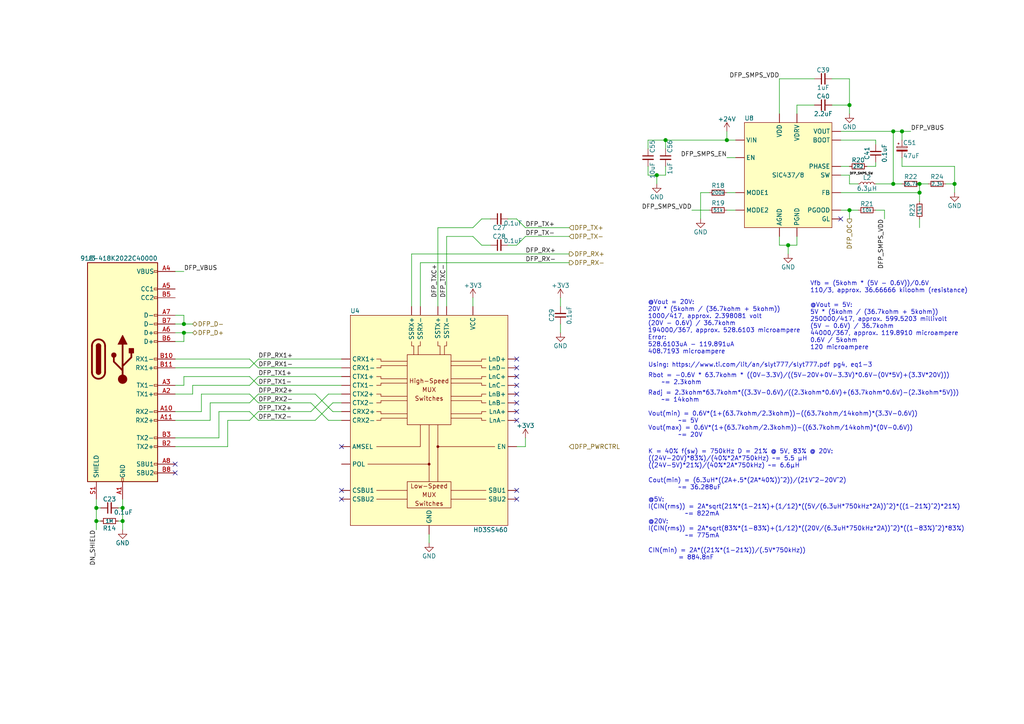
<source format=kicad_sch>
(kicad_sch (version 20210621) (generator eeschema)
  (paper "A4")
  (lib_symbols
    (symbol "Connector:USB_C_Receptacle" (pin_names (offset 1.016))
      (property "Reference" "J" (at -10.16 29.21 0))
      (property "Value" "USB_C_Receptacle" (at 10.16 29.21 0))
      (symbol "USB_C_Receptacle_0_0"
        (rectangle (start -0.254 -35.56) (end 0.254 -34.544))
        (rectangle (start 10.16 -32.766) (end 9.144 -33.274))
        (rectangle (start 10.16 -30.226) (end 9.144 -30.734))
        (rectangle (start 10.16 -25.146) (end 9.144 -25.654))
        (rectangle (start 10.16 -22.606) (end 9.144 -23.114))
        (rectangle (start 10.16 -17.526) (end 9.144 -18.034))
        (rectangle (start 10.16 -14.986) (end 9.144 -15.494))
        (rectangle (start 10.16 -9.906) (end 9.144 -10.414))
        (rectangle (start 10.16 -7.366) (end 9.144 -7.874))
        (rectangle (start 10.16 -2.286) (end 9.144 -2.794))
        (rectangle (start 10.16 0.254) (end 9.144 -0.254))
        (rectangle (start 10.16 5.334) (end 9.144 4.826))
        (rectangle (start 10.16 7.874) (end 9.144 7.366))
        (rectangle (start 10.16 10.414) (end 9.144 9.906))
        (rectangle (start 10.16 12.954) (end 9.144 12.446))
        (rectangle (start 10.16 18.034) (end 9.144 17.526))
        (rectangle (start 10.16 20.574) (end 9.144 20.066))
        (rectangle (start 10.16 25.654) (end 9.144 25.146))
      )
      (symbol "USB_C_Receptacle_0_1"
        (arc (start -8.89 -3.81) (end -5.08 -3.81) (radius (at -6.985 -3.81) (length 1.905) (angles -179.9 -0.1)) (stroke (width 0.508)))
        (arc (start -7.62 -3.81) (end -6.35 -3.81) (radius (at -6.985 -3.81) (length 0.635) (angles -179.9 -0.1)) (stroke (width 0.254)))
        (arc (start -6.35 3.81) (end -7.62 3.81) (radius (at -6.985 3.81) (length 0.635) (angles 0.1 179.9)) (stroke (width 0.254)))
        (arc (start -5.08 3.81) (end -8.89 3.81) (radius (at -6.985 3.81) (length 1.905) (angles 0.1 179.9)) (stroke (width 0.508)))
        (arc (start -7.62 -3.81) (end -6.35 -3.81) (radius (at -6.985 -3.81) (length 0.635) (angles -179.9 -0.1)) (stroke (width 0.254)) (fill (type outline)))
        (arc (start -6.35 3.81) (end -7.62 3.81) (radius (at -6.985 3.81) (length 0.635) (angles 0.1 179.9)) (stroke (width 0.254)) (fill (type outline)))
        (rectangle (start -7.62 -3.81) (end -6.35 3.81) (stroke (width 0.254)) (fill (type outline)))
        (rectangle (start -10.16 27.94) (end 10.16 -35.56) (stroke (width 0.254)) (fill (type background)))
        (polyline (pts (xy -8.89 -3.81) (xy -8.89 3.81)) (stroke (width 0.508)))
        (polyline (pts (xy -5.08 3.81) (xy -5.08 -3.81)) (stroke (width 0.508)))
      )
      (symbol "USB_C_Receptacle_1_1"
        (circle (center -2.54 1.143) (radius 0.635) (stroke (width 0.254)) (fill (type outline)))
        (circle (center 0 -5.842) (radius 1.27) (fill (type outline)))
        (rectangle (start 1.905 1.778) (end 3.175 3.048) (stroke (width 0.254)) (fill (type outline)))
        (polyline (pts (xy 0 -5.842) (xy 0 4.318)) (stroke (width 0.508)))
        (polyline (pts (xy 0 -3.302) (xy -2.54 -0.762) (xy -2.54 0.508)) (stroke (width 0.508)))
        (polyline (pts (xy 0 -2.032) (xy 2.54 0.508) (xy 2.54 1.778)) (stroke (width 0.508)))
        (polyline (pts (xy -1.27 4.318) (xy 0 6.858) (xy 1.27 4.318) (xy -1.27 4.318)) (stroke (width 0.254)) (fill (type outline)))
        (pin passive line (at 0 -40.64 90) (length 5.08) (name "GND") (number "A1"))
        (pin bidirectional line (at 15.24 -15.24 180) (length 5.08) (name "RX2-") (number "A10"))
        (pin bidirectional line (at 15.24 -17.78 180) (length 5.08) (name "RX2+") (number "A11"))
        (pin passive line (at 0 -40.64 90) (length 5.08) hide (name "GND") (number "A12"))
        (pin bidirectional line (at 15.24 -10.16 180) (length 5.08) (name "TX1+") (number "A2"))
        (pin bidirectional line (at 15.24 -7.62 180) (length 5.08) (name "TX1-") (number "A3"))
        (pin passive line (at 15.24 25.4 180) (length 5.08) (name "VBUS") (number "A4"))
        (pin bidirectional line (at 15.24 20.32 180) (length 5.08) (name "CC1") (number "A5"))
        (pin bidirectional line (at 15.24 7.62 180) (length 5.08) (name "D+") (number "A6"))
        (pin bidirectional line (at 15.24 12.7 180) (length 5.08) (name "D-") (number "A7"))
        (pin bidirectional line (at 15.24 -30.48 180) (length 5.08) (name "SBU1") (number "A8"))
        (pin passive line (at 15.24 25.4 180) (length 5.08) hide (name "VBUS") (number "A9"))
        (pin passive line (at 0 -40.64 90) (length 5.08) hide (name "GND") (number "B1"))
        (pin bidirectional line (at 15.24 0 180) (length 5.08) (name "RX1-") (number "B10"))
        (pin bidirectional line (at 15.24 -2.54 180) (length 5.08) (name "RX1+") (number "B11"))
        (pin passive line (at 0 -40.64 90) (length 5.08) hide (name "GND") (number "B12"))
        (pin bidirectional line (at 15.24 -25.4 180) (length 5.08) (name "TX2+") (number "B2"))
        (pin bidirectional line (at 15.24 -22.86 180) (length 5.08) (name "TX2-") (number "B3"))
        (pin passive line (at 15.24 25.4 180) (length 5.08) hide (name "VBUS") (number "B4"))
        (pin bidirectional line (at 15.24 17.78 180) (length 5.08) (name "CC2") (number "B5"))
        (pin bidirectional line (at 15.24 5.08 180) (length 5.08) (name "D+") (number "B6"))
        (pin bidirectional line (at 15.24 10.16 180) (length 5.08) (name "D-") (number "B7"))
        (pin bidirectional line (at 15.24 -33.02 180) (length 5.08) (name "SBU2") (number "B8"))
        (pin passive line (at 15.24 25.4 180) (length 5.08) hide (name "VBUS") (number "B9"))
        (pin passive line (at -7.62 -40.64 90) (length 5.08) (name "SHIELD") (number "S1"))
      )
    )
    (symbol "DX-MON:HD3SS460" (pin_numbers hide)
      (property "Reference" "U" (at -22.86 31.75 0))
      (property "Value" "HD3SS460" (at 22.86 -31.75 0))
      (symbol "HD3SS460_0_0"
        (circle (center 0 -12.7) (radius 0) (stroke (width 0.4)))
        (circle (center 2.54 -7.62) (radius 0) (stroke (width 0.4)))
        (text "High-Speed" (at 0 11.43 0) (effects (font (size 1.27 1.27))))
        (text "Low-Speed" (at 0 -19.05 0) (effects (font (size 1.27 1.27))))
        (text "MUX" (at 0 -21.59 0) (effects (font (size 1.27 1.27))))
        (text "MUX" (at 0 8.89 0) (effects (font (size 1.27 1.27))))
        (text "Switches" (at 0 -24.13 0) (effects (font (size 1.27 1.27))))
        (text "Switches" (at 0 6.35 0) (effects (font (size 1.27 1.27))))
        (rectangle (start -6.35 -17.78) (end 6.35 -25.4) (stroke (width 0.1524)))
        (rectangle (start -6.35 19.05) (end 6.35 -1.27) (stroke (width 0.1524)))
        (rectangle (start -22.86 30.48) (end 22.86 -30.48) (stroke (width 0.1524)) (fill (type background)))
        (polyline (pts (xy -15.24 -22.86) (xy -6.35 -22.86)) (stroke (width 0.1524)))
        (polyline (pts (xy -15.24 -20.32) (xy -6.35 -20.32)) (stroke (width 0.1524)))
        (polyline (pts (xy 0 -12.7) (xy 0 -17.78)) (stroke (width 0.1524)))
        (polyline (pts (xy 2.54 -7.62) (xy 2.54 -17.78)) (stroke (width 0.1524)))
        (polyline (pts (xy 6.35 -20.32) (xy 16.51 -20.32)) (stroke (width 0.1524)))
        (polyline (pts (xy 16.51 -22.86) (xy 6.35 -22.86)) (stroke (width 0.1524)))
        (polyline (pts (xy -15.24 -7.62) (xy -2.54 -7.62) (xy -2.54 -1.27)) (stroke (width 0.1524)))
        (polyline (pts (xy 0 -1.27) (xy 0 -12.7) (xy -17.78 -12.7)) (stroke (width 0.1524)))
        (polyline (pts (xy 2.54 -1.27) (xy 2.54 -7.62) (xy 19.05 -7.62)) (stroke (width 0.1524)))
        (polyline (pts (xy -15.24 0) (xy -13.97 0) (xy -13.97 0.635) (xy -6.35 0.635)) (stroke (width 0.1524)))
        (polyline (pts (xy -15.24 2.54) (xy -13.97 2.54) (xy -13.97 1.905) (xy -6.35 1.905)) (stroke (width 0.1524)))
        (polyline (pts (xy -15.24 5.08) (xy -13.97 5.08) (xy -13.97 5.715) (xy -6.35 5.715)) (stroke (width 0.1524)))
        (polyline (pts (xy -15.24 7.62) (xy -13.97 7.62) (xy -13.97 6.985) (xy -6.35 6.985)) (stroke (width 0.1524)))
        (polyline (pts (xy -15.24 10.16) (xy -13.97 10.16) (xy -13.97 10.795) (xy -6.35 10.795)) (stroke (width 0.1524)))
        (polyline (pts (xy -15.24 12.7) (xy -13.97 12.7) (xy -13.97 12.065) (xy -6.35 12.065)) (stroke (width 0.1524)))
        (polyline (pts (xy -15.24 15.24) (xy -13.97 15.24) (xy -13.97 15.875) (xy -6.35 15.875)) (stroke (width 0.1524)))
        (polyline (pts (xy -15.24 17.78) (xy -13.97 17.78) (xy -13.97 17.145) (xy -6.35 17.145)) (stroke (width 0.1524)))
        (polyline (pts (xy -5.08 22.86) (xy -5.08 21.59) (xy -4.445 21.59) (xy -4.445 19.05)) (stroke (width 0.1524)))
        (polyline (pts (xy -2.54 22.86) (xy -2.54 21.59) (xy -3.175 21.59) (xy -3.175 19.05)) (stroke (width 0.1524)))
        (polyline (pts (xy 2.54 22.86) (xy 2.54 21.59) (xy 3.175 21.59) (xy 3.175 19.05)) (stroke (width 0.1524)))
        (polyline (pts (xy 5.08 22.86) (xy 5.08 21.59) (xy 4.445 21.59) (xy 4.445 19.05)) (stroke (width 0.1524)))
        (polyline (pts (xy 16.51 0) (xy 15.24 0) (xy 15.24 0.635) (xy 6.35 0.635)) (stroke (width 0.1524)))
        (polyline (pts (xy 16.51 2.54) (xy 15.24 2.54) (xy 15.24 1.905) (xy 6.35 1.905)) (stroke (width 0.1524)))
        (polyline (pts (xy 16.51 5.08) (xy 15.24 5.08) (xy 15.24 5.715) (xy 6.35 5.715)) (stroke (width 0.1524)))
        (polyline (pts (xy 16.51 7.62) (xy 15.24 7.62) (xy 15.24 6.985) (xy 6.35 6.985)) (stroke (width 0.1524)))
        (polyline (pts (xy 16.51 10.16) (xy 15.24 10.16) (xy 15.24 10.795) (xy 6.35 10.795)) (stroke (width 0.1524)))
        (polyline (pts (xy 16.51 12.7) (xy 15.24 12.7) (xy 15.24 12.065) (xy 6.35 12.065)) (stroke (width 0.1524)))
        (polyline (pts (xy 16.51 15.24) (xy 15.24 15.24) (xy 15.24 15.875) (xy 6.35 15.875)) (stroke (width 0.1524)))
        (polyline (pts (xy 16.51 17.78) (xy 15.24 17.78) (xy 15.24 17.145) (xy 6.35 17.145)) (stroke (width 0.1524)))
      )
      (symbol "HD3SS460_1_1"
        (pin input line (at -25.4 17.78 0) (length 2.54) (name "CRX1+") (number "1"))
        (pin output line (at -25.4 0 0) (length 2.54) (name "CRX2-") (number "10"))
        (pin bidirectional line (at -25.4 -20.32 0) (length 2.54) (name "CSBU1") (number "11"))
        (pin bidirectional line (at -25.4 -22.86 0) (length 2.54) (name "CSBU2") (number "12"))
        (pin bidirectional line (at 25.4 -20.32 180) (length 2.54) (name "SBU1") (number "13"))
        (pin bidirectional line (at 25.4 -22.86 180) (length 2.54) (name "SBU2") (number "14"))
        (pin passive line (at 25.4 0 180) (length 2.54) (name "LnA-") (number "15"))
        (pin passive line (at 25.4 2.54 180) (length 2.54) (name "LnA+") (number "16"))
        (pin input line (at 25.4 -7.62 180) (length 2.54) (name "EN") (number "17"))
        (pin passive line (at 25.4 5.08 180) (length 2.54) (name "LnB-") (number "18"))
        (pin passive line (at 25.4 7.62 180) (length 2.54) (name "LnB+") (number "19"))
        (pin input line (at -25.4 15.24 0) (length 2.54) (name "CRX1-") (number "2"))
        (pin passive line (at 25.4 10.16 180) (length 2.54) (name "LnC-") (number "20"))
        (pin passive line (at 25.4 12.7 180) (length 2.54) (name "LnC+") (number "21"))
        (pin power_in line (at 12.7 33.02 270) (length 2.54) (name "VCC") (number "22"))
        (pin passive line (at 25.4 15.24 180) (length 2.54) (name "LnD-") (number "23"))
        (pin passive line (at 25.4 17.78 180) (length 2.54) (name "LnD+") (number "24"))
        (pin input line (at 5.08 33.02 270) (length 2.54) (name "SSTX-") (number "25"))
        (pin input line (at 2.54 33.02 270) (length 2.54) (name "SSTX+") (number "26"))
        (pin output line (at -2.54 33.02 270) (length 2.54) (name "SSRX-") (number "27"))
        (pin output line (at -5.08 33.02 270) (length 2.54) (name "SSRX+") (number "28"))
        (pin power_in line (at 0 -33.02 90) (length 2.54) (name "GND") (number "29"))
        (pin input line (at -25.4 -12.7 0) (length 2.54) (name "POL") (number "3"))
        (pin output line (at -25.4 12.7 0) (length 2.54) (name "CTX1+") (number "4"))
        (pin output line (at -25.4 10.16 0) (length 2.54) (name "CTX1-") (number "5"))
        (pin output line (at -25.4 7.62 0) (length 2.54) (name "CTX2+") (number "6"))
        (pin output line (at -25.4 5.08 0) (length 2.54) (name "CTX2-") (number "7"))
        (pin input line (at -25.4 -7.62 0) (length 2.54) (name "AMSEL") (number "8"))
        (pin output line (at -25.4 2.54 0) (length 2.54) (name "CRX2+") (number "9"))
      )
    )
    (symbol "DX-MON:SiC437{slash}8" (pin_numbers hide)
      (property "Reference" "U" (at -12.7 16.51 0))
      (property "Value" "SiC437{slash}8" (at 0 0 0))
      (symbol "SiC437{slash}8_0_1"
        (rectangle (start -12.7 15.24) (end 12.7 -15.24) (stroke (width 0.1524)) (fill (type background)))
      )
      (symbol "SiC437{slash}8_1_1"
        (pin power_in line (at -15.24 10.16 0) (length 2.54) (name "VIN") (number "1"))
        (pin output line (at 15.24 -12.7 180) (length 2.54) (name "GL") (number "10"))
        (pin passive line (at 15.24 -12.7 180) (length 2.54) hide (name "GL") (number "11"))
        (pin power_out line (at 2.54 17.78 270) (length 2.54) (name "VDRV") (number "12"))
        (pin passive line (at 2.54 -17.78 90) (length 2.54) hide (name "PGND") (number "13"))
        (pin open_collector line (at 15.24 -10.16 180) (length 2.54) (name "PGOOD") (number "14"))
        (pin power_out line (at -2.54 17.78 270) (length 2.54) (name "VDD") (number "15"))
        (pin power_in line (at -2.54 -17.78 90) (length 2.54) (name "AGND") (number "16"))
        (pin input line (at 15.24 -5.08 180) (length 2.54) (name "FB") (number "17"))
        (pin input line (at 15.24 12.7 180) (length 2.54) (name "VOUT") (number "18"))
        (pin input line (at -15.24 5.08 0) (length 2.54) (name "EN") (number "19"))
        (pin passive line (at -15.24 10.16 0) (length 2.54) hide (name "VIN") (number "2"))
        (pin input line (at -15.24 -10.16 0) (length 2.54) (name "MODE2") (number "20"))
        (pin input line (at -15.24 -5.08 0) (length 2.54) (name "MODE1") (number "21"))
        (pin passive line (at -15.24 10.16 0) (length 2.54) hide (name "VIN") (number "22"))
        (pin output line (at 15.24 10.16 180) (length 2.54) (name "BOOT") (number "23"))
        (pin input line (at 15.24 2.54 180) (length 2.54) (name "PHASE") (number "24"))
        (pin passive line (at -2.54 -17.78 90) (length 2.54) hide (name "AGND") (number "25"))
        (pin passive line (at -15.24 10.16 0) (length 2.54) hide (name "VIN") (number "26"))
        (pin passive line (at 2.54 -17.78 90) (length 2.54) hide (name "PGND") (number "27"))
        (pin passive line (at 15.24 -12.7 180) (length 2.54) hide (name "GL") (number "28"))
        (pin power_in line (at 2.54 -17.78 90) (length 2.54) (name "PGND") (number "3"))
        (pin passive line (at 2.54 -17.78 90) (length 2.54) hide (name "PGND") (number "4"))
        (pin power_out line (at 15.24 0 180) (length 2.54) (name "SW") (number "5"))
        (pin passive line (at 15.24 0 180) (length 2.54) hide (name "SW") (number "6"))
        (pin passive line (at 15.24 0 180) (length 2.54) hide (name "SW") (number "7"))
        (pin passive line (at 15.24 0 180) (length 2.54) hide (name "SW") (number "8"))
        (pin passive line (at 15.24 0 180) (length 2.54) hide (name "SW") (number "9"))
      )
    )
    (symbol "Device:C_Polarized_Small" (pin_numbers hide) (pin_names (offset 0.254) hide)
      (property "Reference" "C" (at 0.254 1.778 0))
      (property "Value" "C_Polarized_Small" (at 0.254 -2.032 0))
      (symbol "C_Polarized_Small_0_1"
        (rectangle (start -1.524 0.6858) (end 1.524 0.3048))
        (rectangle (start -1.524 -0.3048) (end 1.524 -0.6858) (fill (type outline)))
        (polyline (pts (xy -1.27 1.524) (xy -0.762 1.524)))
        (polyline (pts (xy -1.016 1.27) (xy -1.016 1.778)))
      )
      (symbol "C_Polarized_Small_1_1"
        (pin passive line (at 0 2.54 270) (length 1.8542) (name "~") (number "1"))
        (pin passive line (at 0 -2.54 90) (length 1.8542) (name "~") (number "2"))
      )
    )
    (symbol "Device:C_Small" (pin_numbers hide) (pin_names (offset 0.254) hide)
      (property "Reference" "C" (at 0.254 1.778 0))
      (property "Value" "C_Small" (at 0.254 -2.032 0))
      (symbol "C_Small_0_1"
        (polyline (pts (xy -1.524 -0.508) (xy 1.524 -0.508)) (stroke (width 0.3302)))
        (polyline (pts (xy -1.524 0.508) (xy 1.524 0.508)) (stroke (width 0.3048)))
      )
      (symbol "C_Small_1_1"
        (pin passive line (at 0 2.54 270) (length 2.032) (name "~") (number "1"))
        (pin passive line (at 0 -2.54 90) (length 2.032) (name "~") (number "2"))
      )
    )
    (symbol "Device:L_Small" (pin_numbers hide) (pin_names (offset 0.254) hide)
      (property "Reference" "L" (at 0.762 1.016 0))
      (property "Value" "L_Small" (at 0.762 -1.016 0))
      (symbol "L_Small_0_1"
        (arc (start 0 -2.032) (end 0 -1.016) (radius (at 0 -1.524) (length 0.508) (angles -89.9 89.9)))
        (arc (start 0 -1.016) (end 0 0) (radius (at 0 -0.508) (length 0.508) (angles -89.9 89.9)))
        (arc (start 0 0) (end 0 1.016) (radius (at 0 0.508) (length 0.508) (angles -89.9 89.9)))
        (arc (start 0 1.016) (end 0 2.032) (radius (at 0 1.524) (length 0.508) (angles -89.9 89.9)))
      )
      (symbol "L_Small_1_1"
        (pin passive line (at 0 2.54 270) (length 0.508) (name "~") (number "1"))
        (pin passive line (at 0 -2.54 90) (length 0.508) (name "~") (number "2"))
      )
    )
    (symbol "Device:R_Small" (pin_numbers hide) (pin_names (offset 0.254) hide)
      (property "Reference" "R" (at 0.762 0.508 0))
      (property "Value" "R_Small" (at 0.762 -1.016 0))
      (symbol "R_Small_0_1"
        (rectangle (start -0.762 1.778) (end 0.762 -1.778) (stroke (width 0.2032)))
      )
      (symbol "R_Small_1_1"
        (pin passive line (at 0 2.54 270) (length 0.762) (name "~") (number "1"))
        (pin passive line (at 0 -2.54 90) (length 0.762) (name "~") (number "2"))
      )
    )
    (symbol "power:+24V" (power) (pin_names (offset 0))
      (property "Value" "+24V" (at 0 3.556 0))
      (symbol "+24V_0_1"
        (polyline (pts (xy -0.762 1.27) (xy 0 2.54)))
        (polyline (pts (xy 0 0) (xy 0 2.54)))
        (polyline (pts (xy 0 2.54) (xy 0.762 1.27)))
      )
      (symbol "+24V_1_1"
        (pin power_in line (at 0 0 90) (length 0) hide (name "+24V") (number "1"))
      )
    )
    (symbol "power:+3.3V" (power) (pin_names (offset 0))
      (property "Value" "+3.3V" (at 0 3.556 0))
      (symbol "+3.3V_0_1"
        (polyline (pts (xy -0.762 1.27) (xy 0 2.54)))
        (polyline (pts (xy 0 0) (xy 0 2.54)))
        (polyline (pts (xy 0 2.54) (xy 0.762 1.27)))
      )
      (symbol "+3.3V_1_1"
        (pin power_in line (at 0 0 90) (length 0) hide (name "+3V3") (number "1"))
      )
    )
    (symbol "power:GND" (power) (pin_names (offset 0))
      (property "Value" "GND" (at 0 -3.81 0))
      (symbol "GND_0_1"
        (polyline (pts (xy 0 0) (xy 0 -1.27) (xy 1.27 -1.27) (xy 0 -2.54) (xy -1.27 -1.27) (xy 0 -1.27)))
      )
      (symbol "GND_1_1"
        (pin power_in line (at 0 0 270) (length 0) hide (name "GND") (number "1"))
      )
    )
  )
  (junction (at 27.94 147.32) (diameter 1.016))
  (junction (at 27.94 151.13) (diameter 1.016))
  (junction (at 35.56 147.32) (diameter 1.016))
  (junction (at 35.56 151.13) (diameter 1.016))
  (junction (at 53.34 93.98) (diameter 1.016))
  (junction (at 53.34 96.52) (diameter 1.016))
  (junction (at 190.5 50.8) (diameter 1.016))
  (junction (at 193.04 40.64) (diameter 1.016))
  (junction (at 210.82 40.64) (diameter 1.016))
  (junction (at 228.6 71.12) (diameter 1.016))
  (junction (at 246.38 30.48) (diameter 1.016))
  (junction (at 246.38 60.96) (diameter 1.016))
  (junction (at 259.08 38.1) (diameter 1.016))
  (junction (at 259.08 53.34) (diameter 1.016))
  (junction (at 261.62 38.1) (diameter 1.016))
  (junction (at 266.7 53.34) (diameter 1.016))
  (junction (at 266.7 55.88) (diameter 1.016))
  (junction (at 276.86 53.34) (diameter 1.016))
  (no_connect (at 50.8 134.62))
  (no_connect (at 50.8 137.16))
  (no_connect (at 99.06 129.54))
  (no_connect (at 99.06 142.24))
  (no_connect (at 99.06 144.78))
  (no_connect (at 149.86 104.14))
  (no_connect (at 149.86 106.68))
  (no_connect (at 149.86 109.22))
  (no_connect (at 149.86 111.76))
  (no_connect (at 149.86 114.3))
  (no_connect (at 149.86 116.84))
  (no_connect (at 149.86 119.38))
  (no_connect (at 149.86 121.92))
  (no_connect (at 149.86 142.24))
  (no_connect (at 149.86 144.78))
  (no_connect (at 243.84 63.5))
  (wire (pts (xy 27.94 147.32) (xy 27.94 144.78)))
  (wire (pts (xy 27.94 151.13) (xy 27.94 147.32)))
  (wire (pts (xy 27.94 151.13) (xy 27.94 153.67)))
  (wire (pts (xy 29.21 147.32) (xy 27.94 147.32)))
  (wire (pts (xy 29.21 151.13) (xy 27.94 151.13)))
  (wire (pts (xy 34.29 147.32) (xy 35.56 147.32)))
  (wire (pts (xy 34.29 151.13) (xy 35.56 151.13)))
  (wire (pts (xy 35.56 147.32) (xy 35.56 144.78)))
  (wire (pts (xy 35.56 151.13) (xy 35.56 147.32)))
  (wire (pts (xy 35.56 153.67) (xy 35.56 151.13)))
  (wire (pts (xy 50.8 93.98) (xy 53.34 93.98)))
  (wire (pts (xy 50.8 96.52) (xy 53.34 96.52)))
  (wire (pts (xy 50.8 104.14) (xy 72.39 104.14)))
  (wire (pts (xy 50.8 111.76) (xy 53.34 111.76)))
  (wire (pts (xy 50.8 119.38) (xy 58.42 119.38)))
  (wire (pts (xy 50.8 127) (xy 63.5 127)))
  (wire (pts (xy 53.34 78.74) (xy 50.8 78.74)))
  (wire (pts (xy 53.34 91.44) (xy 50.8 91.44)))
  (wire (pts (xy 53.34 93.98) (xy 53.34 91.44)))
  (wire (pts (xy 53.34 96.52) (xy 53.34 99.06)))
  (wire (pts (xy 53.34 99.06) (xy 50.8 99.06)))
  (wire (pts (xy 53.34 111.76) (xy 53.34 109.22)))
  (wire (pts (xy 55.88 93.98) (xy 53.34 93.98)))
  (wire (pts (xy 55.88 96.52) (xy 53.34 96.52)))
  (wire (pts (xy 55.88 111.76) (xy 55.88 114.3)))
  (wire (pts (xy 55.88 111.76) (xy 72.39 111.76)))
  (wire (pts (xy 55.88 114.3) (xy 50.8 114.3)))
  (wire (pts (xy 58.42 114.3) (xy 72.39 114.3)))
  (wire (pts (xy 58.42 119.38) (xy 58.42 114.3)))
  (wire (pts (xy 60.96 116.84) (xy 60.96 121.92)))
  (wire (pts (xy 60.96 116.84) (xy 72.39 116.84)))
  (wire (pts (xy 60.96 121.92) (xy 50.8 121.92)))
  (wire (pts (xy 63.5 119.38) (xy 72.39 119.38)))
  (wire (pts (xy 63.5 127) (xy 63.5 119.38)))
  (wire (pts (xy 66.04 121.92) (xy 66.04 129.54)))
  (wire (pts (xy 66.04 129.54) (xy 50.8 129.54)))
  (wire (pts (xy 72.39 104.14) (xy 74.93 106.68)))
  (wire (pts (xy 72.39 106.68) (xy 50.8 106.68)))
  (wire (pts (xy 72.39 109.22) (xy 53.34 109.22)))
  (wire (pts (xy 72.39 111.76) (xy 74.93 109.22)))
  (wire (pts (xy 72.39 114.3) (xy 74.93 116.84)))
  (wire (pts (xy 72.39 119.38) (xy 74.93 121.92)))
  (wire (pts (xy 72.39 121.92) (xy 66.04 121.92)))
  (wire (pts (xy 74.93 104.14) (xy 72.39 106.68)))
  (wire (pts (xy 74.93 106.68) (xy 99.06 106.68)))
  (wire (pts (xy 74.93 109.22) (xy 99.06 109.22)))
  (wire (pts (xy 74.93 111.76) (xy 72.39 109.22)))
  (wire (pts (xy 74.93 114.3) (xy 72.39 116.84)))
  (wire (pts (xy 74.93 114.3) (xy 91.44 114.3)))
  (wire (pts (xy 74.93 116.84) (xy 90.17 116.84)))
  (wire (pts (xy 74.93 119.38) (xy 72.39 121.92)))
  (wire (pts (xy 74.93 119.38) (xy 90.17 119.38)))
  (wire (pts (xy 74.93 121.92) (xy 91.44 121.92)))
  (wire (pts (xy 90.17 119.38) (xy 95.25 114.3)))
  (wire (pts (xy 95.25 121.92) (xy 90.17 116.84)))
  (wire (pts (xy 96.52 116.84) (xy 91.44 121.92)))
  (wire (pts (xy 96.52 119.38) (xy 91.44 114.3)))
  (wire (pts (xy 99.06 104.14) (xy 74.93 104.14)))
  (wire (pts (xy 99.06 111.76) (xy 74.93 111.76)))
  (wire (pts (xy 99.06 114.3) (xy 95.25 114.3)))
  (wire (pts (xy 99.06 116.84) (xy 96.52 116.84)))
  (wire (pts (xy 99.06 119.38) (xy 96.52 119.38)))
  (wire (pts (xy 99.06 121.92) (xy 95.25 121.92)))
  (wire (pts (xy 119.38 73.66) (xy 119.38 88.9)))
  (wire (pts (xy 121.92 76.2) (xy 121.92 88.9)))
  (wire (pts (xy 124.46 157.48) (xy 124.46 154.94)))
  (wire (pts (xy 127 66.04) (xy 127 88.9)))
  (wire (pts (xy 129.54 68.58) (xy 129.54 88.9)))
  (wire (pts (xy 129.54 68.58) (xy 137.16 68.58)))
  (wire (pts (xy 137.16 66.04) (xy 127 66.04)))
  (wire (pts (xy 137.16 68.58) (xy 139.7 71.12)))
  (wire (pts (xy 137.16 86.36) (xy 137.16 88.9)))
  (wire (pts (xy 139.7 63.5) (xy 137.16 66.04)))
  (wire (pts (xy 139.7 71.12) (xy 142.24 71.12)))
  (wire (pts (xy 142.24 63.5) (xy 139.7 63.5)))
  (wire (pts (xy 147.32 63.5) (xy 149.86 63.5)))
  (wire (pts (xy 147.32 71.12) (xy 149.86 71.12)))
  (wire (pts (xy 149.86 63.5) (xy 152.4 66.04)))
  (wire (pts (xy 149.86 71.12) (xy 152.4 68.58)))
  (wire (pts (xy 152.4 66.04) (xy 165.1 66.04)))
  (wire (pts (xy 152.4 68.58) (xy 165.1 68.58)))
  (wire (pts (xy 152.4 127) (xy 152.4 129.54)))
  (wire (pts (xy 152.4 129.54) (xy 149.86 129.54)))
  (wire (pts (xy 162.56 88.9) (xy 162.56 86.36)))
  (wire (pts (xy 162.56 96.52) (xy 162.56 93.98)))
  (wire (pts (xy 165.1 73.66) (xy 119.38 73.66)))
  (wire (pts (xy 165.1 76.2) (xy 121.92 76.2)))
  (wire (pts (xy 187.96 40.64) (xy 187.96 43.18)))
  (wire (pts (xy 187.96 48.26) (xy 187.96 50.8)))
  (wire (pts (xy 187.96 50.8) (xy 190.5 50.8)))
  (wire (pts (xy 190.5 50.8) (xy 193.04 50.8)))
  (wire (pts (xy 190.5 53.34) (xy 190.5 50.8)))
  (wire (pts (xy 193.04 40.64) (xy 187.96 40.64)))
  (wire (pts (xy 193.04 43.18) (xy 193.04 40.64)))
  (wire (pts (xy 193.04 50.8) (xy 193.04 48.26)))
  (wire (pts (xy 200.66 60.96) (xy 205.74 60.96)))
  (wire (pts (xy 203.2 55.88) (xy 205.74 55.88)))
  (wire (pts (xy 203.2 63.5) (xy 203.2 55.88)))
  (wire (pts (xy 210.82 38.1) (xy 210.82 40.64)))
  (wire (pts (xy 210.82 40.64) (xy 193.04 40.64)))
  (wire (pts (xy 210.82 40.64) (xy 213.36 40.64)))
  (wire (pts (xy 210.82 45.72) (xy 213.36 45.72)))
  (wire (pts (xy 210.82 55.88) (xy 213.36 55.88)))
  (wire (pts (xy 210.82 60.96) (xy 213.36 60.96)))
  (wire (pts (xy 226.06 22.86) (xy 236.22 22.86)))
  (wire (pts (xy 226.06 33.02) (xy 226.06 22.86)))
  (wire (pts (xy 226.06 68.58) (xy 226.06 71.12)))
  (wire (pts (xy 226.06 71.12) (xy 228.6 71.12)))
  (wire (pts (xy 228.6 71.12) (xy 231.14 71.12)))
  (wire (pts (xy 228.6 73.66) (xy 228.6 71.12)))
  (wire (pts (xy 231.14 30.48) (xy 231.14 33.02)))
  (wire (pts (xy 231.14 71.12) (xy 231.14 68.58)))
  (wire (pts (xy 236.22 30.48) (xy 231.14 30.48)))
  (wire (pts (xy 241.3 22.86) (xy 246.38 22.86)))
  (wire (pts (xy 243.84 38.1) (xy 259.08 38.1)))
  (wire (pts (xy 243.84 40.64) (xy 254 40.64)))
  (wire (pts (xy 243.84 50.8) (xy 246.38 50.8)))
  (wire (pts (xy 243.84 55.88) (xy 266.7 55.88)))
  (wire (pts (xy 246.38 22.86) (xy 246.38 30.48)))
  (wire (pts (xy 246.38 30.48) (xy 241.3 30.48)))
  (wire (pts (xy 246.38 33.02) (xy 246.38 30.48)))
  (wire (pts (xy 246.38 48.26) (xy 243.84 48.26)))
  (wire (pts (xy 246.38 50.8) (xy 246.38 53.34)))
  (wire (pts (xy 246.38 53.34) (xy 248.92 53.34)))
  (wire (pts (xy 246.38 60.96) (xy 243.84 60.96)))
  (wire (pts (xy 246.38 63.5) (xy 246.38 60.96)))
  (wire (pts (xy 248.92 60.96) (xy 246.38 60.96)))
  (wire (pts (xy 254 40.64) (xy 254 41.91)))
  (wire (pts (xy 254 46.99) (xy 254 48.26)))
  (wire (pts (xy 254 48.26) (xy 251.46 48.26)))
  (wire (pts (xy 254 53.34) (xy 259.08 53.34)))
  (wire (pts (xy 256.54 60.96) (xy 254 60.96)))
  (wire (pts (xy 256.54 60.96) (xy 256.54 63.5)))
  (wire (pts (xy 259.08 38.1) (xy 261.62 38.1)))
  (wire (pts (xy 259.08 53.34) (xy 259.08 38.1)))
  (wire (pts (xy 261.62 38.1) (xy 261.62 40.64)))
  (wire (pts (xy 261.62 38.1) (xy 264.16 38.1)))
  (wire (pts (xy 261.62 45.72) (xy 261.62 48.26)))
  (wire (pts (xy 261.62 48.26) (xy 276.86 48.26)))
  (wire (pts (xy 261.62 53.34) (xy 259.08 53.34)))
  (wire (pts (xy 266.7 53.34) (xy 266.7 55.88)))
  (wire (pts (xy 266.7 55.88) (xy 266.7 58.42)))
  (wire (pts (xy 266.7 63.5) (xy 266.7 66.04)))
  (wire (pts (xy 269.24 53.34) (xy 266.7 53.34)))
  (wire (pts (xy 276.86 48.26) (xy 276.86 53.34)))
  (wire (pts (xy 276.86 53.34) (xy 274.32 53.34)))
  (wire (pts (xy 276.86 55.88) (xy 276.86 53.34)))
  (text "@Vout = 20V:\n20V * (5kohm / (36.7kohm + 5kohm))\n1000/417, approx. 2.398081 volt\n(20V - 0.6V) / 36.7kohm\n194000/367, approx. 528.6103 microampere\nError:\n528.6103uA - 119.891uA\n408.7193 microampere" (at 187.8895 102.8127 0) (effects (font (size 1.27 1.27)) (justify left bottom)))
  (text "Radj = 2.3kohm*63.7kohm*((3.3V-0.6V)/((2.3kohm*0.6V)+(63.7kohm*0.6V)-(2.3kohm*5V)))\n    ~= 14kohm" (at 187.9045 116.8316 0) (effects (font (size 1.27 1.27)) (justify left bottom)))
  (text "Using: https://www.ti.com/lit/an/slyt777/slyt777.pdf pg4, eq1-3" (at 187.96 106.68 0) (effects (font (size 1.27 1.27)) (justify left bottom)))
  (text "Rbot = -0.6V * 63.7kohm * ((0V-3.3V)/((5V-20V+0V-3.3V)*0.6V-(0V*5V)+(3.3V*20V)))\n    ~= 2.3kohm" (at 187.96 111.76 0) (effects (font (size 1.27 1.27)) (justify left bottom)))
  (text "Vout(min) = 0.6V*(1+(63.7kohm/2.3kohm))-((63.7kohm/14kohm)*(3.3V-0.6V))\n         ~= 5V\nVout(max) = 0.6V*(1+(63.7kohm/2.3kohm))-((63.7kohm/14kohm)*(0V-0.6V))\n         ~= 20V" (at 187.96 127 0) (effects (font (size 1.27 1.27)) (justify left bottom)))
  (text "K = 40% f(sw) = 750kHz D = 21% @ 5V, 83% @ 20V:\n((24V-20V)*83%)/(40%*2A*750kHz) ~= 5.5 µH\n((24V-5V)*21%)/(40%*2A*750kHz) ~= 6.6µH" (at 187.96 135.89 0) (effects (font (size 1.27 1.27)) (justify left bottom)))
  (text "Cout(min) = (6.3uH*((2A+.5*(2A*40%))^2))/(21V^2-20V^2)\n         ~= 36.288uF" (at 187.96 142.24 0) (effects (font (size 1.27 1.27)) (justify left bottom)))
  (text "@5V:\nI(CIN(rms)) = 2A*sqrt(21%*(1-21%)+(1/12)*((5V/(6.3uH*750kHz*2A))^2)*((1-21%)^2)*21%)\n           ~= 822mA" (at 187.96 149.86 0) (effects (font (size 1.27 1.27)) (justify left bottom)))
  (text "@20V:\nI(CIN(rms)) = 2A*sqrt(83%*(1-83%)+(1/12)*((20V/(6.3uH*750kHz*2A))^2)*((1-83%)^2)*83%)\n           ~= 775mA" (at 187.96 156.21 0) (effects (font (size 1.27 1.27)) (justify left bottom)))
  (text "CIN(min) = 2A*((21%*(1-21%))/(.5V*750kHz))\n         = 884.8nF" (at 187.96 162.56 0) (effects (font (size 1.27 1.27)) (justify left bottom)))
  (text "Vfb = (5kohm * (5V - 0.6V))/0.6V\n110/3, approx. 36.66666 kiloohm (resistance)\n" (at 234.95 85.09 0) (effects (font (size 1.27 1.27)) (justify left bottom)))
  (text "@Vout = 5V:\n5V * (5kohm / (36.7kohm + 5kohm))\n250000/417, approx. 599.5203 millivolt\n(5V - 0.6V) / 36.7kohm\n44000/367, approx. 119.8910 microampere\n0.6V / 5kohm\n120 microampere" (at 234.95 101.6 0) (effects (font (size 1.27 1.27)) (justify left bottom)))
  (label "DN_SHIELD" (at 27.94 153.67 270))
  (label "DFP_VBUS" (at 53.34 78.74 0))
  (label "DFP_RX1+" (at 74.93 104.14 0))
  (label "DFP_RX1-" (at 74.93 106.68 0))
  (label "DFP_TX1+" (at 74.93 109.22 0))
  (label "DFP_TX1-" (at 74.93 111.76 0))
  (label "DFP_RX2+" (at 74.93 114.3 0))
  (label "DFP_RX2-" (at 74.93 116.84 0))
  (label "DFP_TX2+" (at 74.93 119.38 0))
  (label "DFP_TX2-" (at 74.93 121.92 0))
  (label "DFP_TXC+" (at 127 86.36 90))
  (label "DFP_TXC-" (at 129.54 86.36 90))
  (label "DFP_TX+" (at 152.4 66.04 0))
  (label "DFP_TX-" (at 152.4 68.58 0))
  (label "DFP_RX+" (at 152.4 73.66 0))
  (label "DFP_RX-" (at 152.4 76.2 0))
  (label "DFP_SMPS_VDD" (at 200.66 60.96 180))
  (label "DFP_SMPS_EN" (at 210.82 45.72 180))
  (label "DFP_SMPS_VDD" (at 226.06 22.86 180))
  (label "DFP_SMPS_SW" (at 246.38 50.8 0) (effects (font (size 0.635 0.635))))
  (label "DFP_SMPS_VDD" (at 256.54 63.5 270))
  (label "DFP_VBUS" (at 264.16 38.1 0))
  (hierarchical_label "DFP_D-" (shape bidirectional) (at 55.88 93.98 0))
  (hierarchical_label "DFP_D+" (shape bidirectional) (at 55.88 96.52 0))
  (hierarchical_label "DFP_TX+" (shape input) (at 165.1 66.04 0))
  (hierarchical_label "DFP_TX-" (shape input) (at 165.1 68.58 0))
  (hierarchical_label "DFP_RX+" (shape output) (at 165.1 73.66 0))
  (hierarchical_label "DFP_RX-" (shape output) (at 165.1 76.2 0))
  (hierarchical_label "DFP_PWRCTRL" (shape input) (at 165.1 129.54 0))
  (hierarchical_label "DFP_OC" (shape output) (at 246.38 63.5 270))
  (symbol (lib_id "power:+3.3V") (at 137.16 86.36 0)
    (property "Reference" "#PWR020" (effects hide))
    (property "Value" "+3.3V" (at 137.16 82.804 0))
  )
  (symbol (lib_id "power:+3.3V") (at 152.4 127 0)
    (property "Reference" "#PWR021" (effects hide))
    (property "Value" "+3.3V" (at 152.4 123.444 0))
  )
  (symbol (lib_id "power:+3.3V") (at 162.56 86.36 0)
    (property "Reference" "#PWR022" (effects hide))
    (property "Value" "+3.3V" (at 162.56 82.804 0))
  )
  (symbol (lib_id "power:+24V") (at 210.82 38.1 0)
    (property "Reference" "#PWR040" (effects hide))
    (property "Value" "+24V" (at 210.82 34.544 0))
  )
  (symbol (lib_id "Device:L_Small") (at 251.46 53.34 90)
    (property "Reference" "L2" (at 251.46 50.8 90) (effects (justify bottom)))
    (property "Value" "6.3µH" (at 251.46 55.372 90) (effects (justify top)))
    (property "Footprint" "rhais_bourns:SRN6045TA" (effects hide))
    (property "Datasheet" "https://www.bourns.com/docs/Product-Datasheets/SRN6045TA.pdf" (effects hide))
    (property "MFR" "Bourns" (effects hide))
    (property "MPN" "SRN6045TA-6R3M" (effects hide))
    (property "OC_FARNELL" "2616891" (effects hide))
    (property "URL_FARNELL" "https://uk.farnell.com/bourns/srn6045ta-6r3m/inductor-6-3uh-3-8a-20-aec-q200/dp/2616891" (effects hide))
  )
  (symbol (lib_id "power:GND") (at 35.56 153.67 0)
    (property "Reference" "#PWR015" (effects hide))
    (property "Value" "GND" (at 35.56 157.48 0))
  )
  (symbol (lib_id "power:GND") (at 124.46 157.48 0)
    (property "Reference" "#PWR019" (effects hide))
    (property "Value" "GND" (at 124.46 161.29 0))
  )
  (symbol (lib_id "power:GND") (at 162.56 96.52 0)
    (property "Reference" "#PWR023" (effects hide))
    (property "Value" "GND" (at 162.56 100.33 0))
  )
  (symbol (lib_id "power:GND") (at 190.5 53.34 0)
    (property "Reference" "#PWR059" (effects hide))
    (property "Value" "GND" (at 190.5 57.15 0))
  )
  (symbol (lib_id "power:GND") (at 203.2 63.5 0)
    (property "Reference" "#PWR039" (effects hide))
    (property "Value" "GND" (at 203.2 67.31 0))
  )
  (symbol (lib_id "power:GND") (at 228.6 73.66 0)
    (property "Reference" "#PWR041" (effects hide))
    (property "Value" "GND" (at 228.6 77.47 0))
  )
  (symbol (lib_id "power:GND") (at 246.38 33.02 0)
    (property "Reference" "#PWR042" (effects hide))
    (property "Value" "GND" (at 246.38 36.83 0))
  )
  (symbol (lib_id "power:GND") (at 276.86 55.88 0)
    (property "Reference" "#PWR043" (effects hide))
    (property "Value" "GND" (at 276.86 59.69 0))
  )
  (symbol (lib_id "Device:R_Small") (at 31.75 151.13 90)
    (property "Reference" "R14" (at 31.75 153.924 90) (effects (justify top)))
    (property "Value" "1M" (at 31.75 151.13 90) (effects (font (size 1.016 1.016))))
    (property "Footprint" "rhais_rcl:R0402" (effects hide))
    (property "Datasheet" "https://www.farnell.com/datasheets/2860681.pdf" (effects hide))
    (property "MFR" "Multicomp Pro" (effects hide))
    (property "MPN" "MCWR04X1004FTL" (effects hide))
    (property "OC_FARNELL" "2447127" (effects hide))
    (property "URL_FARNELL" "https://uk.farnell.com/multicomp/mcwr04x1004ftl/res-1m-1-0-0625w-0402-thick-film/dp/2447127" (effects hide))
  )
  (symbol (lib_id "Device:R_Small") (at 208.28 55.88 90)
    (property "Reference" "R18" (at 208.28 53.086 90) (effects (justify bottom)))
    (property "Value" "200k" (at 208.28 55.88 90) (effects (font (size 1.016 1.016))))
    (property "Footprint" "rhais_rcl:R0402" (effects hide))
    (property "Datasheet" "https://www.farnell.com/datasheets/2860681.pdf" (effects hide))
    (property "MFR" "Multicomp" (effects hide))
    (property "MPN" "MCWR04X2003FTL" (effects hide))
    (property "OC_FARNELL" "2447131" (effects hide))
    (property "URL_FARNELL" "https://uk.farnell.com/multicomp/mcwr04x2003ftl/res-200k-1-0-0625w-thick-film/dp/2447131" (effects hide))
  )
  (symbol (lib_id "Device:R_Small") (at 208.28 60.96 90)
    (property "Reference" "R19" (at 208.28 58.166 90) (effects (justify bottom)))
    (property "Value" "51k" (at 208.28 60.96 90) (effects (font (size 1.016 1.016))))
    (property "Footprint" "rhais_rcl:R0402" (effects hide))
    (property "Datasheet" "https://www.farnell.com/datasheets/2860681.pdf" (effects hide))
    (property "MFR" "Multicomp" (effects hide))
    (property "MPN" "MCWR04X5102FTL" (effects hide))
    (property "OC_FARNELL" "2447195" (effects hide))
    (property "URL_FARNELL" "https://uk.farnell.com/multicomp/mcwr04x5102ftl/res-51k-1-0-0625w-thick-film/dp/2447195" (effects hide))
  )
  (symbol (lib_id "Device:R_Small") (at 248.92 48.26 90)
    (property "Reference" "R20" (at 248.92 45.72 90) (effects (justify bottom)))
    (property "Value" "2R2" (at 248.92 48.26 90) (effects (font (size 1.016 1.016))))
    (property "Footprint" "rhais_rcl:R0402" (effects hide))
    (property "Datasheet" "https://www.farnell.com/datasheets/2860681.pdf" (effects hide))
    (property "MFR" "Multicomp" (effects hide))
    (property "MPN" "MCWR04W2R20FTL" (effects hide))
    (property "OC_FARNELL" "2447154" (effects hide))
    (property "URL_FARNELL" "https://uk.farnell.com/multicomp/mcwr04w2r20ftl/res-2r2-1-0-0625w-thick-film/dp/2447154" (effects hide))
  )
  (symbol (lib_id "Device:R_Small") (at 251.46 60.96 90)
    (property "Reference" "R21" (at 251.46 58.42 90) (effects (justify bottom)))
    (property "Value" "10k" (at 251.46 60.96 90) (effects (font (size 1.016 1.016))))
    (property "Footprint" "rhais_rcl:R0402" (effects hide))
    (property "Datasheet" "https://datasheet.lcsc.com/lcsc/1809301715_YAGEO-RC0402FR-0710KL_C60490.pdf" (effects hide))
    (property "MFR" "Yageo" (effects hide))
    (property "MPN" "RC0402FR-0710KL" (effects hide))
    (property "OC_LCSC" "C60490" (effects hide))
    (property "URL_LCSC" "https://lcsc.com/product-detail/Chip-Resistor-Surface-Mount_YAGEO-RC0402FR-0710KL_C60490.html" (effects hide))
  )
  (symbol (lib_id "Device:R_Small") (at 264.16 53.34 90)
    (property "Reference" "R22" (at 264.16 50.546 90) (effects (justify bottom)))
    (property "Value" "36.7k" (at 264.16 53.34 90) (effects (font (size 1.016 1.016))))
    (property "Footprint" "rhais_rcl:R0402" (effects hide))
    (property "Datasheet" "http://www.passivecomponent.com/wp-content/uploads/chipR/ASC_WR.pdf" (effects hide))
    (property "MFR" "Walsin" (effects hide))
    (property "MPN" "WR04X3652FTL" (effects hide))
    (property "OC_FARNELL" "2668216" (effects hide))
    (property "URL_FARNELL" "https://uk.farnell.com/walsin/wr04x3652ftl/res-36k5-1-0-0625w-0402-thick/dp/2668216" (effects hide))
  )
  (symbol (lib_id "Device:R_Small") (at 266.7 60.96 180)
    (property "Reference" "R23" (at 263.906 60.96 90) (effects (justify bottom)))
    (property "Value" "14k" (at 266.7 60.96 90) (effects (font (size 1.016 1.016))))
    (property "Footprint" "rhais_rcl:R0402" (effects hide))
    (property "Datasheet" "https://www.farnell.com/datasheets/2860681.pdf" (effects hide))
    (property "MFR" "Multicomp" (effects hide))
    (property "MPN" "MCWR04X1402FTL" (effects hide))
    (property "OC_FARNELL" "MCWR04X1402FTL" (effects hide))
    (property "URL_FARNELL" "https://uk.farnell.com/multicomp/mcwr04x1402ftl/res-14k-1-0-0625w-thick-film/dp/2447109" (effects hide))
  )
  (symbol (lib_id "Device:R_Small") (at 271.78 53.34 90)
    (property "Reference" "R24" (at 271.78 50.546 90) (effects (justify bottom)))
    (property "Value" "2.3k" (at 271.78 53.34 90) (effects (font (size 1.016 1.016))))
    (property "Footprint" "rhais_rcl:R0402" (effects hide))
    (property "Datasheet" "https://www.farnell.com/datasheets/2189593.pdf" (effects hide))
    (property "MFR" "Multicomp Pro" (effects hide))
    (property "MPN" "MCWR04X2321FTL" (effects hide))
    (property "OC_FARNELL" "2694571" (effects hide))
    (property "URL_FARNELL" "https://uk.farnell.com/multicomp/mcwr04x2321ftl/res-2k32-1-0-0625w-0402-thick/dp/2694571" (effects hide))
  )
  (symbol (lib_id "Device:C_Polarized_Small") (at 261.62 43.18 0)
    (property "Reference" "C51" (at 261.874 41.402 0) (effects (justify left)))
    (property "Value" "47uF" (at 261.874 45.212 0) (effects (justify left)))
    (property "Footprint" "rhais_rcl:C_Elec_8.3x8.3mm" (effects hide))
    (property "Datasheet" "https://api.kemet.com/component-edge/download/datasheet/A767KN476M1HLAE029.pdf" (effects hide))
    (property "MFR" "Kemet" (effects hide))
    (property "MPN" "A767KN476M1HLAE029" (effects hide))
    (property "OC_FARNELL" "2614192" (effects hide))
    (property "URL_FARNELL" "https://uk.farnell.com/kemet/a767kn476m1hlae029/cap-47-f-50v-20/dp/2614192" (effects hide))
  )
  (symbol (lib_id "Device:C_Small") (at 31.75 147.32 90)
    (property "Reference" "C23" (at 31.75 144.78 90))
    (property "Value" "0.1uF" (at 33.02 148.59 90) (effects (justify right)))
    (property "Footprint" "rhais_rcl:C0402" (effects hide))
  )
  (symbol (lib_id "Device:C_Small") (at 144.78 63.5 90) (mirror x)
    (property "Reference" "C27" (at 144.78 66.04 90))
    (property "Value" "0.1uF" (at 146.05 64.77 90) (effects (justify right)))
    (property "Footprint" "rhais_rcl:C0402" (effects hide))
  )
  (symbol (lib_id "Device:C_Small") (at 144.78 71.12 90)
    (property "Reference" "C28" (at 144.78 68.58 90))
    (property "Value" "0.1uF" (at 146.05 69.85 90) (effects (justify right)))
    (property "Footprint" "rhais_rcl:C0402" (effects hide))
  )
  (symbol (lib_id "Device:C_Small") (at 162.56 91.44 180)
    (property "Reference" "C29" (at 160.02 91.44 90))
    (property "Value" "0.1uF" (at 165.1 91.44 90))
    (property "Footprint" "rhais_rcl:C0402" (effects hide))
  )
  (symbol (lib_id "Device:C_Small") (at 187.96 45.72 0)
    (property "Reference" "C55" (at 189.23 44.45 90) (effects (justify left)))
    (property "Value" "10uF" (at 189.23 46.99 90) (effects (justify right)))
    (property "Footprint" "rhais_rcl:C1206" (effects hide))
    (property "Datasheet" "https://www.murata.com/en-eu/api/pdfdownloadapi?cate=luCeramicCapacitorsSMD&partno=GRT31CR61H106KE01%23" (effects hide))
    (property "MFR" "muRata" (effects hide))
    (property "MPN" "GRT31CR61H106KE01L" (effects hide))
    (property "OC_FARNELL" "2672214" (effects hide))
    (property "URL_FARNELL" "https://uk.farnell.com/murata/grt31cr61h106ke01l/cap-10-f-50v-10-x5r-1206/dp/2672214" (effects hide))
  )
  (symbol (lib_id "Device:C_Small") (at 193.04 45.72 0)
    (property "Reference" "C56" (at 194.31 44.45 90) (effects (justify left)))
    (property "Value" "1uF" (at 194.31 46.99 90) (effects (justify right)))
    (property "Footprint" "rhais_rcl:C0603" (effects hide))
    (property "Datasheet" "https://ds.yuden.co.jp/TYCOMPAS/eu/detail?pn=UMK107BJ105KA-T&u=M" (effects hide))
    (property "MFR" "Taiyo Yuden" (effects hide))
    (property "MPN" "UMK107BJ105KA-T" (effects hide))
    (property "OC_FARNELL" "2112858" (effects hide))
    (property "URL_FARNELL" "https://uk.farnell.com/taiyo-yuden/umk107bj105ka-t/cap-1-f-50v-10-x5r-0603/dp/2112858" (effects hide))
  )
  (symbol (lib_id "Device:C_Small") (at 238.76 22.86 90)
    (property "Reference" "C39" (at 238.76 20.32 90))
    (property "Value" "1uF" (at 238.76 25.4 90))
    (property "Footprint" "rhais_rcl:C0402" (effects hide))
  )
  (symbol (lib_id "Device:C_Small") (at 238.76 30.48 90)
    (property "Reference" "C40" (at 238.76 27.94 90))
    (property "Value" "2.2uF" (at 238.76 33.02 90))
    (property "Footprint" "rhais_rcl:C0402" (effects hide))
  )
  (symbol (lib_id "Device:C_Small") (at 254 44.45 180)
    (property "Reference" "C41" (at 251.46 44.45 90))
    (property "Value" "0.1uF" (at 256.54 44.45 90))
    (property "Footprint" "rhais_rcl:C0402" (effects hide))
  )
  (symbol (lib_id "DX-MON:SiC437{slash}8") (at 228.6 50.8 0)
    (property "Reference" "U8" (at 215.9 34.29 0) (effects (justify left)))
    (property "Value" "SiC437/8" (at 228.6 50.8 0))
    (property "Footprint" "rhais_package-vishay:MLP44-24L" (effects hide))
    (property "Datasheet" "https://www.vishay.com/docs/75921/sic437.pdf" (effects hide))
    (property "MFR" "Vishay" (effects hide))
    (property "MPN" "SIC438DED-T1-GE3" (effects hide))
    (property "OC_FARNELL" "3212630" (effects hide))
    (property "URL_FARNELL" "https://uk.farnell.com/vishay/sic438ded-t1-ge3/dc-dc-conv-sync-buck-powerpak/dp/3212630" (effects hide))
  )
  (symbol (lib_id "Connector:USB_C_Receptacle") (at 35.56 104.14 0)
    (property "Reference" "J3" (at 25.4 74.93 0) (effects (justify left)))
    (property "Value" "918-418K2022C40000" (at 45.72 74.93 0) (effects (justify right)))
    (property "Footprint" "rhais_usb:USB-3.1-Type-C_In-PCB" (effects hide))
    (property "Datasheet" "https://datasheet.lcsc.com/lcsc/2103051833_Jing-Extension-of-the-Electronic-Co.-918-418K2022C40000_C168700.pdf" (effects hide))
    (property "MFR" "Jing ext of Electronic Co." (effects hide))
    (property "MPN" "918-418K2022C40000" (effects hide))
    (property "OC_LCSC" "C168700" (effects hide))
    (property "URL_LCSC" "https://lcsc.com/product-detail/USB-Connectors_Jing-Extension-of-the-Electronic-Co-918-418K2022C40000_C168700.html" (effects hide))
  )
  (symbol (lib_id "DX-MON:HD3SS460") (at 124.46 121.92 0)
    (property "Reference" "U4" (at 101.6 90.17 0) (effects (justify left)))
    (property "Value" "HD3SS460" (at 147.32 153.67 0) (effects (justify right)))
    (property "Footprint" "rhais_package-qfn:WQFN-28-1EP_3.5x5.5_P0.5mm_EP2x4mm" (effects hide))
    (property "Datasheet" "https://www.ti.com/lit/ds/symlink/hd3ss460.pdf" (effects hide))
    (property "MFR" "Texas Instruments" (effects hide))
    (property "MPN" "HD3SS460" (effects hide))
    (property "OC_TI" "HD3SS460RHRT" (effects hide))
    (property "URL_TI" "https://www.ti.com/product/HD3SS460" (effects hide))
  )
)
</source>
